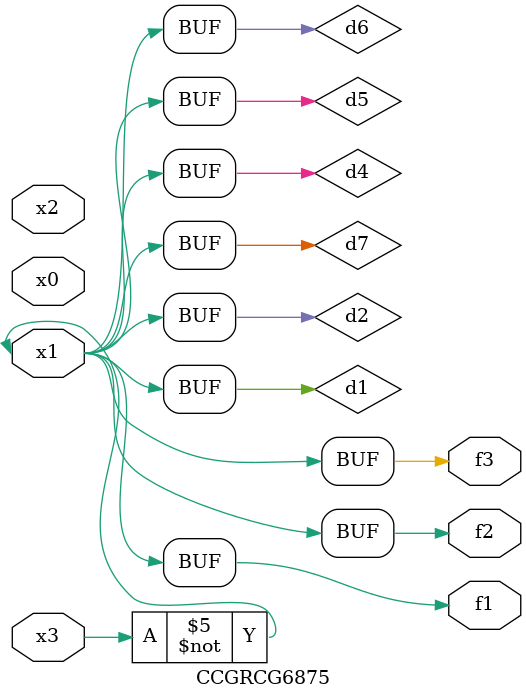
<source format=v>
module CCGRCG6875(
	input x0, x1, x2, x3,
	output f1, f2, f3
);

	wire d1, d2, d3, d4, d5, d6, d7;

	not (d1, x3);
	buf (d2, x1);
	xnor (d3, d1, d2);
	nor (d4, d1);
	buf (d5, d1, d2);
	buf (d6, d4, d5);
	nand (d7, d4);
	assign f1 = d6;
	assign f2 = d7;
	assign f3 = d6;
endmodule

</source>
